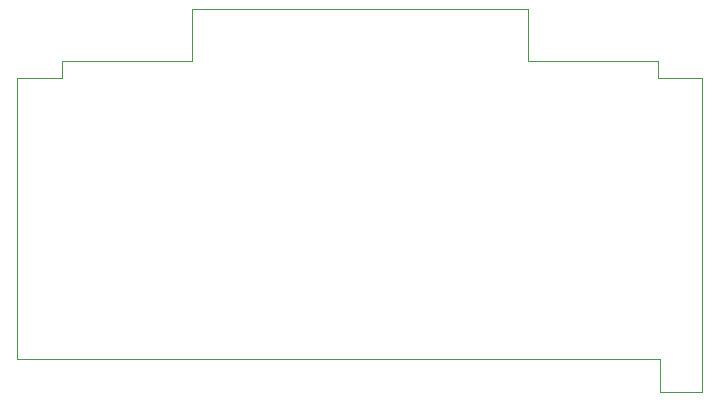
<source format=gko>
%TF.GenerationSoftware,KiCad,Pcbnew,8.0.1*%
%TF.CreationDate,2024-06-22T15:15:02+02:00*%
%TF.ProjectId,BMW E30 VFL SI Indicator,424d5720-4533-4302-9056-464c20534920,rev?*%
%TF.SameCoordinates,Original*%
%TF.FileFunction,Profile,NP*%
%FSLAX46Y46*%
G04 Gerber Fmt 4.6, Leading zero omitted, Abs format (unit mm)*
G04 Created by KiCad (PCBNEW 8.0.1) date 2024-06-22 15:15:02*
%MOMM*%
%LPD*%
G01*
G04 APERTURE LIST*
%TA.AperFunction,Profile*%
%ADD10C,0.050000*%
%TD*%
G04 APERTURE END LIST*
D10*
X125200000Y-78200000D02*
X125200000Y-76800000D01*
X179400000Y-104800000D02*
X179400000Y-78200000D01*
X175800000Y-102000000D02*
X175800000Y-104800000D01*
X136200000Y-72400000D02*
X164600000Y-72400000D01*
X175600000Y-78200000D02*
X175600000Y-76800000D01*
X164600000Y-76800000D02*
X164600000Y-72400000D01*
X121400000Y-78200000D02*
X125200000Y-78200000D01*
X175800000Y-104800000D02*
X179400000Y-104800000D01*
X179400000Y-78200000D02*
X175600000Y-78200000D01*
X175600000Y-76800000D02*
X164600000Y-76800000D01*
X125200000Y-76800000D02*
X136200000Y-76800000D01*
X121400000Y-102000000D02*
X121400000Y-78200000D01*
X121400000Y-102000000D02*
X175800000Y-102000000D01*
X136200000Y-76800000D02*
X136200000Y-72400000D01*
M02*

</source>
